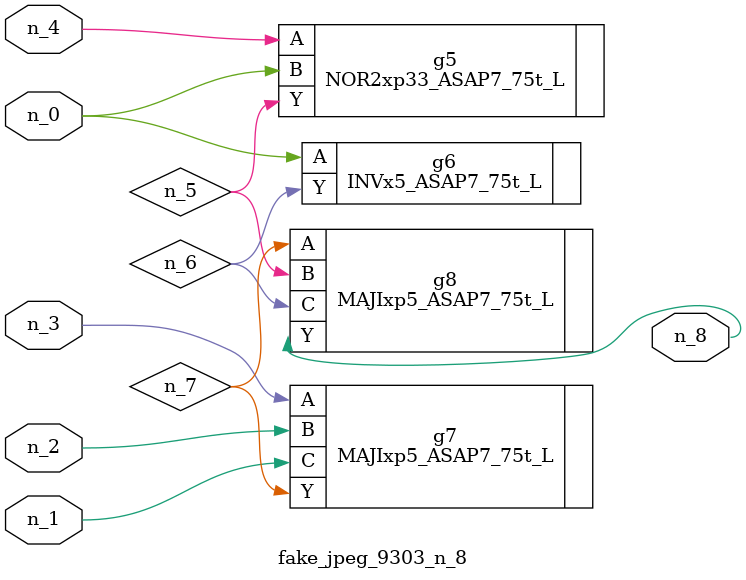
<source format=v>
module fake_jpeg_9303_n_8 (n_3, n_2, n_1, n_0, n_4, n_8);

input n_3;
input n_2;
input n_1;
input n_0;
input n_4;

output n_8;

wire n_6;
wire n_5;
wire n_7;

NOR2xp33_ASAP7_75t_L g5 ( 
.A(n_4),
.B(n_0),
.Y(n_5)
);

INVx5_ASAP7_75t_L g6 ( 
.A(n_0),
.Y(n_6)
);

MAJIxp5_ASAP7_75t_L g7 ( 
.A(n_3),
.B(n_2),
.C(n_1),
.Y(n_7)
);

MAJIxp5_ASAP7_75t_L g8 ( 
.A(n_7),
.B(n_5),
.C(n_6),
.Y(n_8)
);


endmodule
</source>
